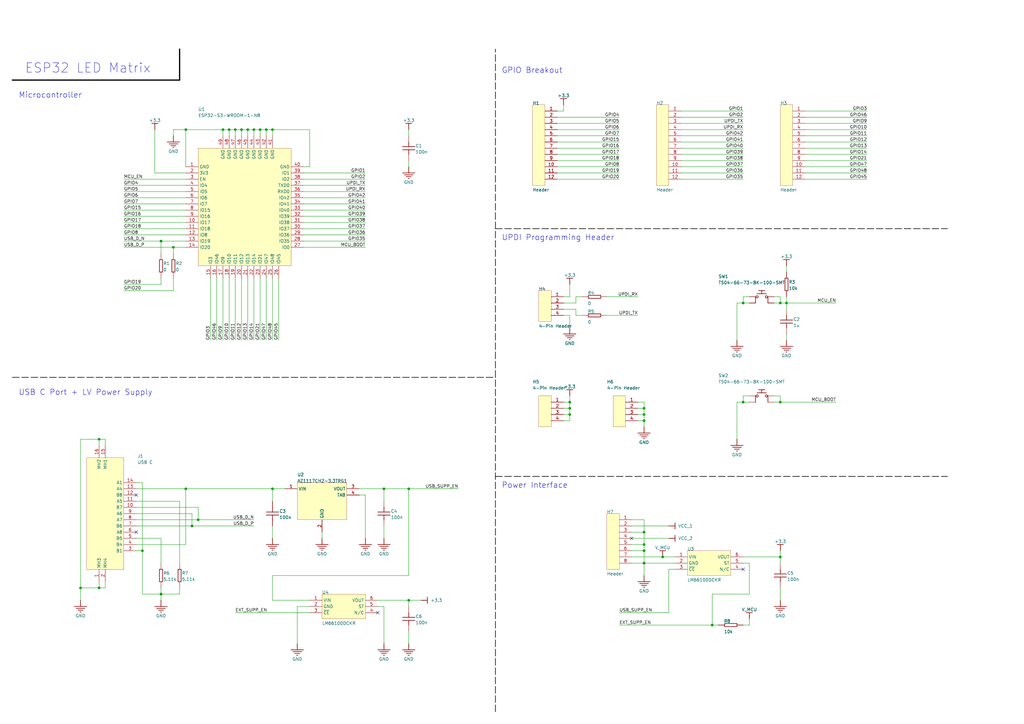
<source format=kicad_sch>
(kicad_sch (version 20231120) (generator "eeschema") (generator_version "8.0")
  (paper "A3")
  (lib_symbols
    (symbol "ESP32_Baseline_MCU-altium-import:+3.3_BAR" (power)
      (property "Reference" "#PWR" (at 0 0 0))
      (property "Value" "+3.3" (at 0 3.81 0))
      (symbol "+3.3_BAR_0_0"
        (pin power_in line (at 0 0 0) (length 0) hide (name "+3.3") (number ""))
      )
    )
    (symbol "ESP32_Baseline_MCU-altium-import:GND_POWER_GROUND" (power)
      (property "Reference" "#PWR" (at 0 0 0))
      (property "Value" "GND" (at 0 6.35 0))
      (symbol "GND_POWER_GROUND_0_0"
        (pin power_in line (at 0 0 0) (length 0) hide (name "GND") (number ""))
      )
    )
    (symbol "ESP32_Baseline_MCU-altium-import:VCC_1_BAR" (power)
      (property "Reference" "#PWR" (at 0 0 0))
      (property "Value" "VCC_1" (at 0 3.81 0))
      (symbol "VCC_1_BAR_0_0"
        (pin power_in line (at 0 0 0) (length 0) hide (name "VCC_1") (number ""))
      )
    )
    (symbol "ESP32_Baseline_MCU-altium-import:VCC_2_BAR" (power)
      (property "Reference" "#PWR" (at 0 0 0))
      (property "Value" "VCC_2" (at 0 3.81 0))
      (symbol "VCC_2_BAR_0_0"
        (pin power_in line (at 0 0 0) (length 0) hide (name "VCC_2") (number ""))
      )
    )
    (symbol "ESP32_Baseline_MCU-altium-import:V_MCU_BAR" (power)
      (property "Reference" "#PWR" (at 0 0 0))
      (property "Value" "V_MCU" (at 0 3.81 0))
      (symbol "V_MCU_BAR_0_0"
        (pin power_in line (at 0 0 0) (length 0) hide (name "V_MCU") (number ""))
      )
    )
    (symbol "ESP32_Baseline_MCU-altium-import:root_0_AZ1117CH2-3.3TRG1_1"
      (symbol "root_0_AZ1117CH2-3.3TRG1_1_1_0"
        (pin passive line (at 0 0 0) (length 5.08) (name "VIN") (number "1"))
        (pin passive line (at 15.24 -17.78 90) (length 5.08) (name "GND") (number "2"))
        (pin passive line (at 30.48 0 180) (length 5.08) (name "VOUT") (number "3"))
        (pin passive line (at 30.48 -2.54 180) (length 5.08) (name "TAB") (number "4"))
      )
    )
    (symbol "ESP32_Baseline_MCU-altium-import:root_0_Capacitor - Non Polarized"
      (symbol "root_0_Capacitor - Non Polarized_1_0"
        (pin passive line (at 0 0 270) (length 2.54) (name "") (number "1"))
        (pin passive line (at 0 -10.16 90) (length 2.54) (name "") (number "2"))
      )
    )
    (symbol "ESP32_Baseline_MCU-altium-import:root_0_ESP32-S3-WROOM-1-N8"
      (symbol "root_0_ESP32-S3-WROOM-1-N8_1_0"
        (pin passive line (at 0 0 0) (length 5.08) (name "GND") (number "1"))
        (pin passive line (at 0 -22.86 0) (length 5.08) (name "IO17") (number "10"))
        (pin passive line (at 0 -25.4 0) (length 5.08) (name "IO18") (number "11"))
        (pin passive line (at 0 -27.94 0) (length 5.08) (name "IO8") (number "12"))
        (pin passive line (at 0 -30.48 0) (length 5.08) (name "IO19") (number "13"))
        (pin passive line (at 0 -33.02 0) (length 5.08) (name "IO20") (number "14"))
        (pin passive line (at 10.16 -45.72 90) (length 5.08) (name "IO3") (number "15"))
        (pin passive line (at 12.7 -45.72 90) (length 5.08) (name "IO46") (number "16"))
        (pin passive line (at 15.24 -45.72 90) (length 5.08) (name "IO9") (number "17"))
        (pin passive line (at 17.78 -45.72 90) (length 5.08) (name "IO10") (number "18"))
        (pin passive line (at 20.32 -45.72 90) (length 5.08) (name "IO11") (number "19"))
        (pin passive line (at 0 -2.54 0) (length 5.08) (name "3V3") (number "2"))
        (pin passive line (at 22.86 -45.72 90) (length 5.08) (name "IO12") (number "20"))
        (pin passive line (at 25.4 -45.72 90) (length 5.08) (name "IO13") (number "21"))
        (pin passive line (at 27.94 -45.72 90) (length 5.08) (name "IO14") (number "22"))
        (pin passive line (at 30.48 -45.72 90) (length 5.08) (name "IO21") (number "23"))
        (pin passive line (at 33.02 -45.72 90) (length 5.08) (name "IO47") (number "24"))
        (pin passive line (at 35.56 -45.72 90) (length 5.08) (name "IO48") (number "25"))
        (pin passive line (at 38.1 -45.72 90) (length 5.08) (name "IO45") (number "26"))
        (pin passive line (at 48.26 -33.02 180) (length 5.08) (name "IO0") (number "27"))
        (pin passive line (at 48.26 -30.48 180) (length 5.08) (name "IO35") (number "28"))
        (pin passive line (at 48.26 -27.94 180) (length 5.08) (name "IO36") (number "29"))
        (pin passive line (at 0 -5.08 0) (length 5.08) (name "EN") (number "3"))
        (pin passive line (at 48.26 -25.4 180) (length 5.08) (name "IO37") (number "30"))
        (pin passive line (at 48.26 -22.86 180) (length 5.08) (name "IO38") (number "31"))
        (pin passive line (at 48.26 -20.32 180) (length 5.08) (name "IO39") (number "32"))
        (pin passive line (at 48.26 -17.78 180) (length 5.08) (name "IO40") (number "33"))
        (pin passive line (at 48.26 -15.24 180) (length 5.08) (name "IO41") (number "34"))
        (pin passive line (at 48.26 -12.7 180) (length 5.08) (name "IO42") (number "35"))
        (pin passive line (at 48.26 -10.16 180) (length 5.08) (name "RXD0") (number "36"))
        (pin passive line (at 48.26 -7.62 180) (length 5.08) (name "TXD0") (number "37"))
        (pin passive line (at 48.26 -5.08 180) (length 5.08) (name "IO2") (number "38"))
        (pin passive line (at 48.26 -2.54 180) (length 5.08) (name "IO1") (number "39"))
        (pin passive line (at 0 -7.62 0) (length 5.08) (name "IO4") (number "4"))
        (pin passive line (at 48.26 0 180) (length 5.08) (name "GND") (number "40"))
        (pin passive line (at 35.56 12.7 270) (length 5.08) (name "GND") (number "41"))
        (pin passive line (at 33.02 12.7 270) (length 5.08) (name "GND") (number "42"))
        (pin passive line (at 30.48 12.7 270) (length 5.08) (name "GND") (number "43"))
        (pin passive line (at 27.94 12.7 270) (length 5.08) (name "GND") (number "44"))
        (pin passive line (at 25.4 12.7 270) (length 5.08) (name "GND") (number "45"))
        (pin passive line (at 22.86 12.7 270) (length 5.08) (name "GND") (number "46"))
        (pin passive line (at 20.32 12.7 270) (length 5.08) (name "GND") (number "47"))
        (pin passive line (at 17.78 12.7 270) (length 5.08) (name "GND") (number "48"))
        (pin passive line (at 15.24 12.7 270) (length 5.08) (name "GND") (number "49"))
        (pin passive line (at 0 -10.16 0) (length 5.08) (name "IO5") (number "5"))
        (pin passive line (at 0 -12.7 0) (length 5.08) (name "IO6") (number "6"))
        (pin passive line (at 0 -15.24 0) (length 5.08) (name "IO7") (number "7"))
        (pin passive line (at 0 -17.78 0) (length 5.08) (name "IO15") (number "8"))
        (pin passive line (at 0 -20.32 0) (length 5.08) (name "IO16") (number "9"))
      )
    )
    (symbol "ESP32_Baseline_MCU-altium-import:root_0_LM66100DCKR"
      (symbol "root_0_LM66100DCKR_1_0"
        (pin passive line (at 0 0 0) (length 5.08) (name "VIN") (number "1"))
        (pin passive line (at 0 -2.54 0) (length 5.08) (name "GND") (number "2"))
        (pin passive line (at 0 -5.08 0) (length 5.08) (name "~{CE}") (number "3"))
        (pin passive line (at 27.94 -5.08 180) (length 5.08) (name "N/C") (number "4"))
        (pin passive line (at 27.94 -2.54 180) (length 5.08) (name "ST") (number "5"))
        (pin passive line (at 27.94 0 180) (length 5.08) (name "VOUT") (number "6"))
      )
    )
    (symbol "ESP32_Baseline_MCU-altium-import:root_0_Resistor"
      (symbol "root_0_Resistor_1_0"
        (pin passive line (at 0 0 270) (length 2.54) (name "") (number "1"))
        (pin passive line (at 0 -10.16 90) (length 2.54) (name "") (number "2"))
      )
    )
    (symbol "ESP32_Baseline_MCU-altium-import:root_0_TS04-66-73-BK-100-SMT"
      (symbol "root_0_TS04-66-73-BK-100-SMT_1_0"
        (pin passive line (at 0 0 0) (length 2.54) (name "") (number "1"))
        (pin passive line (at 0 -2.54 0) (length 2.54) (name "") (number "2"))
        (pin passive line (at 10.16 0 180) (length 2.54) (name "") (number "3"))
        (pin passive line (at 10.16 -2.54 180) (length 2.54) (name "") (number "4"))
      )
    )
    (symbol "ESP32_Baseline_MCU-altium-import:root_0_USB Type C Connector 12 Pin"
      (symbol "root_0_USB Type C Connector 12 Pin_1_0"
        (pin passive line (at 5.08 -55.88 90) (length 5.08) (name "MH3") (number "1"))
        (pin passive line (at 20.32 -25.4 180) (length 5.08) (name "B7") (number "10"))
        (pin passive line (at 20.32 -22.86 180) (length 5.08) (name "A5") (number "11"))
        (pin passive line (at 20.32 -20.32 180) (length 5.08) (name "B8") (number "12"))
        (pin passive line (at 20.32 -17.78 180) (length 5.08) (name "A4") (number "13"))
        (pin passive line (at 20.32 -15.24 180) (length 5.08) (name "A1") (number "14"))
        (pin passive line (at 7.62 0 270) (length 5.08) (name "MH1") (number "15"))
        (pin passive line (at 5.08 0 270) (length 5.08) (name "MH2") (number "16"))
        (pin passive line (at 7.62 -55.88 90) (length 5.08) (name "MH4") (number "2"))
        (pin passive line (at 20.32 -43.18 180) (length 5.08) (name "B1") (number "3"))
        (pin passive line (at 20.32 -40.64 180) (length 5.08) (name "B4") (number "4"))
        (pin passive line (at 20.32 -38.1 180) (length 5.08) (name "B5") (number "5"))
        (pin passive line (at 20.32 -35.56 180) (length 5.08) (name "A8") (number "6"))
        (pin passive line (at 20.32 -33.02 180) (length 5.08) (name "B6") (number "7"))
        (pin passive line (at 20.32 -30.48 180) (length 5.08) (name "A7") (number "8"))
        (pin passive line (at 20.32 -27.94 180) (length 5.08) (name "A6") (number "9"))
      )
    )
    (symbol "ESP32_Baseline_MCU-altium-import:root_0_mirrored_12-Pin Header"
      (symbol "root_0_mirrored_12-Pin Header_1_0"
        (pin passive line (at 0 0 180) (length 5.08) (name "") (number "1"))
        (pin passive line (at 0 -22.86 180) (length 5.08) (name "") (number "10"))
        (pin passive line (at 0 -25.4 180) (length 5.08) (name "") (number "11"))
        (pin passive line (at 0 -27.94 180) (length 5.08) (name "") (number "12"))
        (pin passive line (at 0 -2.54 180) (length 5.08) (name "") (number "2"))
        (pin passive line (at 0 -5.08 180) (length 5.08) (name "") (number "3"))
        (pin passive line (at 0 -7.62 180) (length 5.08) (name "") (number "4"))
        (pin passive line (at 0 -10.16 180) (length 5.08) (name "") (number "5"))
        (pin passive line (at 0 -12.7 180) (length 5.08) (name "") (number "6"))
        (pin passive line (at 0 -15.24 180) (length 5.08) (name "") (number "7"))
        (pin passive line (at 0 -17.78 180) (length 5.08) (name "") (number "8"))
        (pin passive line (at 0 -20.32 180) (length 5.08) (name "") (number "9"))
      )
    )
    (symbol "ESP32_Baseline_MCU-altium-import:root_0_mirrored_4-Pin Header"
      (symbol "root_0_mirrored_4-Pin Header_1_0"
        (pin passive line (at 0 0 180) (length 5.08) (name "") (number "1"))
        (pin passive line (at 0 -2.54 180) (length 5.08) (name "") (number "2"))
        (pin passive line (at 0 -5.08 180) (length 5.08) (name "") (number "3"))
        (pin passive line (at 0 -7.62 180) (length 5.08) (name "") (number "4"))
      )
    )
    (symbol "ESP32_Baseline_MCU-altium-import:root_0_mirrored_8-Pin Header"
      (symbol "root_0_mirrored_8-Pin Header_1_0"
        (pin passive line (at 0 0 180) (length 5.08) (name "") (number "1"))
        (pin passive line (at 0 -2.54 180) (length 5.08) (name "") (number "2"))
        (pin passive line (at 0 -5.08 180) (length 5.08) (name "") (number "3"))
        (pin passive line (at 0 -7.62 180) (length 5.08) (name "") (number "4"))
        (pin passive line (at 0 -10.16 180) (length 5.08) (name "") (number "5"))
        (pin passive line (at 0 -12.7 180) (length 5.08) (name "") (number "6"))
        (pin passive line (at 0 -15.24 180) (length 5.08) (name "") (number "7"))
        (pin passive line (at 0 -17.78 180) (length 5.08) (name "") (number "8"))
      )
    )
    (symbol "ESP32_Baseline_MCU-altium-import:root_0_mirrored_Capacitor - Non Polarized"
      (symbol "root_0_mirrored_Capacitor - Non Polarized_1_0"
        (pin passive line (at 0 0 270) (length 2.54) (name "") (number "1"))
        (pin passive line (at 0 -10.16 90) (length 2.54) (name "") (number "2"))
      )
    )
    (symbol "ESP32_Baseline_MCU-altium-import:root_1_Resistor"
      (symbol "root_1_Resistor_1_0"
        (pin passive line (at 0 0 0) (length 2.54) (name "") (number "1"))
        (pin passive line (at 10.16 0 180) (length 2.54) (name "") (number "2"))
      )
    )
    (symbol "ESP32_Baseline_MCU-altium-import:root_2_Resistor"
      (symbol "root_2_Resistor_1_0"
        (pin passive line (at 0 0 90) (length 2.54) (name "") (number "1"))
        (pin passive line (at 0 10.16 270) (length 2.54) (name "") (number "2"))
      )
    )
    (symbol "ESP32_Baseline_MCU-altium-import:root_3_Resistor"
      (symbol "root_3_Resistor_1_0"
        (pin passive line (at 0 0 180) (length 2.54) (name "") (number "1"))
        (pin passive line (at -10.16 0 0) (length 2.54) (name "") (number "2"))
      )
    )
  )
  (junction (at 304.8 124.2822))
  (junction (at 40.64 241.1222))
  (junction (at 76.2 200.4822))
  (junction (at 264.16 170.0022))
  (junction (at 96.52 53.1622))
  (junction (at 71.12 101.4222))
  (junction (at 93.98 53.1622))
  (junction (at 264.16 230.9622))
  (junction (at 167.64 200.4822))
  (junction (at 40.64 180.1622))
  (junction (at 33.02 241.1222))
  (junction (at 264.16 218.2622))
  (junction (at 99.06 53.1622))
  (junction (at 104.14 53.1622))
  (junction (at 264.16 172.5422))
  (junction (at 264.16 223.3422))
  (junction (at 320.04 228.4222))
  (junction (at 78.74 215.7222))
  (junction (at 322.58 124.2822))
  (junction (at 320.04 124.2822))
  (junction (at 233.68 164.9222))
  (junction (at 91.44 53.1622))
  (junction (at 111.76 53.1622))
  (junction (at 111.76 200.4822))
  (junction (at 58.42 225.8822))
  (junction (at 320.04 164.9222))
  (junction (at 81.28 213.1822))
  (junction (at 101.6 53.1622))
  (junction (at 66.04 98.8822))
  (junction (at 271.78 228.4222))
  (junction (at 233.68 167.4622))
  (junction (at 304.8 164.9222))
  (junction (at 264.16 167.4622))
  (junction (at 264.16 225.8822))
  (junction (at 167.64 246.2022))
  (junction (at 292.1 256.3622))
  (junction (at 109.22 53.1622))
  (junction (at 106.68 53.1622))
  (junction (at 66.04 243.6622))
  (junction (at 76.2 53.1622))
  (junction (at 233.68 170.0022))
  (junction (at 157.48 200.4822))
  (no_connect (at 304.8 233.5022))
  (no_connect (at 55.88 218.2622))
  (no_connect (at 55.88 203.0222))
  (no_connect (at 259.08 220.8022))
  (no_connect (at 154.94 251.2822))
  (wire (pts (xy 132.08 220.8022) (xy 132.08 218.2622)))
  (wire (pts (xy 261.62 170.0022) (xy 264.16 170.0022)))
  (wire (pts (xy 264.16 218.2622) (xy 264.16 213.1822)))
  (wire (pts (xy 259.08 223.3422) (xy 264.16 223.3422)))
  (wire (pts (xy 40.64 180.1622) (xy 43.18 180.1622)))
  (wire (pts (xy 127 248.7422) (xy 121.92 248.7422)))
  (wire (pts (xy 111.76 200.4822) (xy 111.76 205.5622)))
  (wire (pts (xy 302.26 164.9222) (xy 304.8 164.9222)))
  (wire (pts (xy 233.68 167.4622) (xy 233.68 164.9222)))
  (wire (pts (xy 261.62 172.5422) (xy 264.16 172.5422)))
  (wire (pts (xy 149.86 220.8022) (xy 149.86 203.0222)))
  (wire (pts (xy 93.98 139.5222) (xy 93.98 114.1222)))
  (wire (pts (xy 330.2 65.8622) (xy 355.6 65.8622)))
  (wire (pts (xy 231.14 167.4622) (xy 233.68 167.4622)))
  (wire (pts (xy 111.76 53.1622) (xy 111.76 55.7022)))
  (wire (pts (xy 93.98 53.1622) (xy 91.44 53.1622)))
  (wire (pts (xy 106.68 53.1622) (xy 104.14 53.1622)))
  (wire (pts (xy 50.8 81.1022) (xy 76.2 81.1022)))
  (wire (pts (xy 50.8 101.4222) (xy 71.12 101.4222)))
  (wire (pts (xy 76.2 98.8822) (xy 66.04 98.8822)))
  (wire (pts (xy 292.1 256.3622) (xy 254 256.3622)))
  (wire (pts (xy 317.5 121.7422) (xy 320.04 121.7422)))
  (wire (pts (xy 76.2 73.4822) (xy 50.8 73.4822)))
  (wire (pts (xy 99.06 53.1622) (xy 96.52 53.1622)))
  (wire (pts (xy 88.9 139.5222) (xy 88.9 114.1222)))
  (wire (pts (xy 111.76 53.1622) (xy 109.22 53.1622)))
  (wire (pts (xy 93.98 55.7022) (xy 93.98 53.1622)))
  (wire (pts (xy 304.8 164.9222) (xy 307.34 164.9222)))
  (wire (pts (xy 259.08 228.4222) (xy 271.78 228.4222)))
  (wire (pts (xy 149.86 70.9422) (xy 124.46 70.9422)))
  (wire (pts (xy 307.34 121.7422) (xy 304.8 121.7422)))
  (wire (pts (xy 231.14 45.5422) (xy 231.14 43.0022)))
  (wire (pts (xy 157.48 205.5622) (xy 157.48 200.4822)))
  (wire (pts (xy 292.1 256.3622) (xy 294.64 256.3622)))
  (wire (pts (xy 254 251.2822) (xy 274.32 251.2822)))
  (wire (pts (xy 124.46 101.4222) (xy 149.86 101.4222)))
  (wire (pts (xy 307.34 230.9622) (xy 307.34 243.6622)))
  (wire (pts (xy 279.4 58.2422) (xy 304.8 58.2422)))
  (wire (pts (xy 99.06 55.7022) (xy 99.06 53.1622)))
  (wire (pts (xy 81.28 213.1822) (xy 104.14 213.1822)))
  (wire (pts (xy 149.86 91.2622) (xy 124.46 91.2622)))
  (wire (pts (xy 355.6 48.0822) (xy 330.2 48.0822)))
  (wire (pts (xy 101.6 53.1622) (xy 101.6 55.7022)))
  (wire (pts (xy 167.64 200.4822) (xy 167.64 236.0422)))
  (wire (pts (xy 111.76 246.2022) (xy 127 246.2022)))
  (wire (pts (xy 149.86 203.0222) (xy 147.32 203.0222)))
  (wire (pts (xy 127 68.4022) (xy 127 53.1622)))
  (wire (pts (xy 149.86 81.1022) (xy 124.46 81.1022)))
  (wire (pts (xy 50.8 76.0222) (xy 76.2 76.0222)))
  (wire (pts (xy 76.2 223.3422) (xy 55.88 223.3422)))
  (wire (pts (xy 236.22 126.8222) (xy 236.22 129.3622)))
  (wire (pts (xy 71.12 53.1622) (xy 71.12 55.7022)))
  (wire (pts (xy 76.2 53.1622) (xy 76.2 68.4022)))
  (wire (pts (xy 33.02 241.1222) (xy 33.02 246.2022)))
  (polyline (pts (xy 203.2 195.4022) (xy 388.62 195.4022)) (stroke (width 0.254) (type dash) (color 0 0 0 1)))
  (wire (pts (xy 167.64 55.7022) (xy 167.64 53.1622)))
  (wire (pts (xy 320.04 230.9622) (xy 320.04 228.4222)))
  (wire (pts (xy 50.8 86.1822) (xy 76.2 86.1822)))
  (wire (pts (xy 43.18 238.5822) (xy 43.18 241.1222)))
  (wire (pts (xy 355.6 58.2422) (xy 330.2 58.2422)))
  (wire (pts (xy 111.76 215.7222) (xy 111.76 220.8022)))
  (wire (pts (xy 302.26 180.1622) (xy 302.26 164.9222)))
  (wire (pts (xy 320.04 164.9222) (xy 342.9 164.9222)))
  (wire (pts (xy 279.4 60.7822) (xy 304.8 60.7822)))
  (wire (pts (xy 58.42 243.6622) (xy 66.04 243.6622)))
  (wire (pts (xy 33.02 180.1622) (xy 40.64 180.1622)))
  (wire (pts (xy 121.92 248.7422) (xy 121.92 263.9822)))
  (wire (pts (xy 55.88 208.1022) (xy 81.28 208.1022)))
  (wire (pts (xy 320.04 164.9222) (xy 320.04 162.3822)))
  (wire (pts (xy 66.04 220.8022) (xy 55.88 220.8022)))
  (wire (pts (xy 149.86 98.8822) (xy 124.46 98.8822)))
  (wire (pts (xy 320.04 241.1222) (xy 320.04 246.2022)))
  (wire (pts (xy 228.6 65.8622) (xy 254 65.8622)))
  (wire (pts (xy 304.8 230.9622) (xy 307.34 230.9622)))
  (wire (pts (xy 264.16 230.9622) (xy 264.16 225.8822)))
  (wire (pts (xy 50.8 116.6622) (xy 66.04 116.6622)))
  (wire (pts (xy 254 58.2422) (xy 228.6 58.2422)))
  (wire (pts (xy 302.26 124.2822) (xy 302.26 139.5222)))
  (wire (pts (xy 233.68 121.7422) (xy 233.68 116.6622)))
  (wire (pts (xy 231.14 124.2822) (xy 236.22 124.2822)))
  (wire (pts (xy 264.16 164.9222) (xy 264.16 167.4622)))
  (wire (pts (xy 78.74 215.7222) (xy 104.14 215.7222)))
  (polyline (pts (xy 73.66 32.8422) (xy 73.66 20.1422)) (stroke (width 0.508) (type solid) (color 0 0 0 1)))
  (wire (pts (xy 264.16 213.1822) (xy 259.08 213.1822)))
  (polyline (pts (xy 5.08 154.7622) (xy 203.2 154.7622)) (stroke (width 0.254) (type dash) (color 0 0 0 1)))
  (wire (pts (xy 55.88 225.8822) (xy 58.42 225.8822)))
  (wire (pts (xy 264.16 225.8822) (xy 264.16 223.3422)))
  (wire (pts (xy 149.86 88.7222) (xy 124.46 88.7222)))
  (wire (pts (xy 81.28 208.1022) (xy 81.28 213.1822)))
  (wire (pts (xy 157.48 215.7222) (xy 157.48 220.8022)))
  (wire (pts (xy 264.16 223.3422) (xy 264.16 218.2622)))
  (wire (pts (xy 76.2 200.4822) (xy 55.88 200.4822)))
  (wire (pts (xy 116.84 200.4822) (xy 111.76 200.4822)))
  (wire (pts (xy 55.88 210.6422) (xy 78.74 210.6422)))
  (wire (pts (xy 111.76 200.4822) (xy 76.2 200.4822)))
  (wire (pts (xy 96.52 53.1622) (xy 93.98 53.1622)))
  (wire (pts (xy 167.64 248.7422) (xy 167.64 246.2022)))
  (wire (pts (xy 231.14 129.3622) (xy 233.68 129.3622)))
  (wire (pts (xy 167.64 246.2022) (xy 154.94 246.2022)))
  (wire (pts (xy 279.4 68.4022) (xy 304.8 68.4022)))
  (wire (pts (xy 106.68 114.1222) (xy 106.68 139.5222)))
  (wire (pts (xy 304.8 55.7022) (xy 279.4 55.7022)))
  (wire (pts (xy 96.52 114.1222) (xy 96.52 139.5222)))
  (wire (pts (xy 259.08 218.2622) (xy 264.16 218.2622)))
  (wire (pts (xy 86.36 139.5222) (xy 86.36 114.1222)))
  (wire (pts (xy 111.76 236.0422) (xy 111.76 246.2022)))
  (wire (pts (xy 66.04 230.9622) (xy 66.04 220.8022)))
  (wire (pts (xy 172.72 246.2022) (xy 167.64 246.2022)))
  (wire (pts (xy 320.04 124.2822) (xy 322.58 124.2822)))
  (wire (pts (xy 149.86 78.5622) (xy 124.46 78.5622)))
  (wire (pts (xy 157.48 200.4822) (xy 147.32 200.4822)))
  (wire (pts (xy 304.8 124.2822) (xy 302.26 124.2822)))
  (wire (pts (xy 304.8 53.1622) (xy 279.4 53.1622)))
  (wire (pts (xy 304.8 256.3622) (xy 307.34 256.3622)))
  (wire (pts (xy 254 53.1622) (xy 228.6 53.1622)))
  (wire (pts (xy 167.64 68.4022) (xy 167.64 65.8622)))
  (wire (pts (xy 91.44 53.1622) (xy 76.2 53.1622)))
  (wire (pts (xy 111.76 114.1222) (xy 111.76 139.5222)))
  (wire (pts (xy 55.88 205.5622) (xy 73.66 205.5622)))
  (wire (pts (xy 236.22 121.7422) (xy 238.76 121.7422)))
  (wire (pts (xy 228.6 55.7022) (xy 254 55.7022)))
  (wire (pts (xy 307.34 124.2822) (xy 304.8 124.2822)))
  (wire (pts (xy 78.74 215.7222) (xy 55.88 215.7222)))
  (wire (pts (xy 304.8 48.0822) (xy 279.4 48.0822)))
  (wire (pts (xy 91.44 55.7022) (xy 91.44 53.1622)))
  (wire (pts (xy 40.64 180.1622) (xy 40.64 182.7022)))
  (wire (pts (xy 261.62 167.4622) (xy 264.16 167.4622)))
  (wire (pts (xy 330.2 73.4822) (xy 355.6 73.4822)))
  (wire (pts (xy 50.8 96.3422) (xy 76.2 96.3422)))
  (wire (pts (xy 271.78 228.4222) (xy 276.86 228.4222)))
  (wire (pts (xy 261.62 164.9222) (xy 264.16 164.9222)))
  (wire (pts (xy 66.04 103.9622) (xy 66.04 98.8822)))
  (wire (pts (xy 254 50.6222) (xy 228.6 50.6222)))
  (wire (pts (xy 330.2 60.7822) (xy 355.6 60.7822)))
  (wire (pts (xy 322.58 111.5822) (xy 322.58 109.0422)))
  (wire (pts (xy 96.52 251.2822) (xy 127 251.2822)))
  (wire (pts (xy 76.2 88.7222) (xy 50.8 88.7222)))
  (wire (pts (xy 320.04 225.8822) (xy 320.04 228.4222)))
  (wire (pts (xy 101.6 53.1622) (xy 99.06 53.1622)))
  (wire (pts (xy 236.22 124.2822) (xy 236.22 121.7422)))
  (wire (pts (xy 73.66 243.6622) (xy 66.04 243.6622)))
  (wire (pts (xy 248.92 129.3622) (xy 261.62 129.3622)))
  (wire (pts (xy 307.34 162.3822) (xy 304.8 162.3822)))
  (wire (pts (xy 231.14 164.9222) (xy 233.68 164.9222)))
  (wire (pts (xy 58.42 225.8822) (xy 58.42 197.9422)))
  (wire (pts (xy 33.02 241.1222) (xy 33.02 180.1622)))
  (wire (pts (xy 231.14 170.0022) (xy 233.68 170.0022)))
  (wire (pts (xy 317.5 164.9222) (xy 320.04 164.9222)))
  (wire (pts (xy 104.14 139.5222) (xy 104.14 114.1222)))
  (wire (pts (xy 261.62 121.7422) (xy 248.92 121.7422)))
  (polyline (pts (xy 203.2 93.8022) (xy 388.62 93.8022)) (stroke (width 0.254) (type dash) (color 0 0 0 1)))
  (wire (pts (xy 50.8 78.5622) (xy 76.2 78.5622)))
  (wire (pts (xy 124.46 68.4022) (xy 127 68.4022)))
  (wire (pts (xy 43.18 241.1222) (xy 40.64 241.1222)))
  (wire (pts (xy 322.58 124.2822) (xy 342.9 124.2822)))
  (wire (pts (xy 304.8 45.5422) (xy 279.4 45.5422)))
  (wire (pts (xy 101.6 114.1222) (xy 101.6 139.5222)))
  (wire (pts (xy 58.42 225.8822) (xy 58.42 243.6622)))
  (wire (pts (xy 66.04 246.2022) (xy 66.04 243.6622)))
  (wire (pts (xy 233.68 129.3622) (xy 233.68 134.4422)))
  (wire (pts (xy 154.94 248.7422) (xy 157.48 248.7422)))
  (wire (pts (xy 264.16 230.9622) (xy 264.16 236.0422)))
  (wire (pts (xy 304.8 73.4822) (xy 279.4 73.4822)))
  (wire (pts (xy 231.14 126.8222) (xy 236.22 126.8222)))
  (wire (pts (xy 304.8 70.9422) (xy 279.4 70.9422)))
  (wire (pts (xy 330.2 50.6222) (xy 355.6 50.6222)))
  (wire (pts (xy 264.16 170.0022) (xy 264.16 172.5422)))
  (wire (pts (xy 124.46 76.0222) (xy 149.86 76.0222)))
  (wire (pts (xy 264.16 172.5422) (xy 264.16 175.0822)))
  (wire (pts (xy 76.2 53.1622) (xy 71.12 53.1622)))
  (wire (pts (xy 71.12 114.1222) (xy 71.12 119.2022)))
  (wire (pts (xy 91.44 114.1222) (xy 91.44 139.5222)))
  (wire (pts (xy 78.74 210.6422) (xy 78.74 215.7222)))
  (wire (pts (xy 40.64 241.1222) (xy 40.64 238.5822)))
  (wire (pts (xy 233.68 172.5422) (xy 233.68 170.0022)))
  (wire (pts (xy 187.96 200.4822) (xy 167.64 200.4822)))
  (wire (pts (xy 279.4 50.6222) (xy 304.8 50.6222)))
  (wire (pts (xy 50.8 91.2622) (xy 76.2 91.2622)))
  (wire (pts (xy 322.58 121.7422) (xy 322.58 124.2822)))
  (wire (pts (xy 228.6 60.7822) (xy 254 60.7822)))
  (wire (pts (xy 292.1 243.6622) (xy 292.1 256.3622)))
  (wire (pts (xy 254 63.3222) (xy 228.6 63.3222)))
  (wire (pts (xy 304.8 121.7422) (xy 304.8 124.2822)))
  (polyline (pts (xy 5.08 32.8422) (xy 73.66 32.8422)) (stroke (width 0.508) (type solid) (color 0 0 0 1)))
  (wire (pts (xy 124.46 93.8022) (xy 149.86 93.8022)))
  (wire (pts (xy 124.46 83.6422) (xy 149.86 83.6422)))
  (wire (pts (xy 96.52 53.1622) (xy 96.52 55.7022)))
  (wire (pts (xy 124.46 86.1822) (xy 149.86 86.1822)))
  (wire (pts (xy 167.64 258.9022) (xy 167.64 263.9822)))
  (wire (pts (xy 259.08 220.8022) (xy 274.32 220.8022)))
  (wire (pts (xy 63.5 70.9422) (xy 76.2 70.9422)))
  (wire (pts (xy 304.8 63.3222) (xy 279.4 63.3222)))
  (wire (pts (xy 43.18 180.1622) (xy 43.18 182.7022)))
  (wire (pts (xy 264.16 225.8822) (xy 259.08 225.8822)))
  (wire (pts (xy 66.04 116.6622) (xy 66.04 114.1222)))
  (wire (pts (xy 66.04 243.6622) (xy 66.04 241.1222)))
  (wire (pts (xy 76.2 83.6422) (xy 50.8 83.6422)))
  (wire (pts (xy 330.2 70.9422) (xy 355.6 70.9422)))
  (wire (pts (xy 104.14 53.1622) (xy 101.6 53.1622)))
  (wire (pts (xy 231.14 121.7422) (xy 233.68 121.7422)))
  (wire (pts (xy 76.2 200.4822) (xy 76.2 223.3422)))
  (wire (pts (xy 40.64 241.1222) (xy 33.02 241.1222)))
  (wire (pts (xy 157.48 248.7422) (xy 157.48 263.9822)))
  (wire (pts (xy 307.34 256.3622) (xy 307.34 253.8222)))
  (wire (pts (xy 264.16 167.4622) (xy 264.16 170.0022)))
  (wire (pts (xy 322.58 124.2822) (xy 322.58 126.8222)))
  (wire (pts (xy 109.22 55.7022) (xy 109.22 53.1622)))
  (wire (pts (xy 71.12 101.4222) (xy 71.12 103.9622)))
  (wire (pts (xy 233.68 164.9222) (xy 233.68 162.3822)))
  (wire (pts (xy 259.08 215.7222) (xy 274.32 215.7222)))
  (wire (pts (xy 104.14 55.7022) (xy 104.14 53.1622)))
  (wire (pts (xy 236.22 129.3622) (xy 238.76 129.3622)))
  (wire (pts (xy 73.66 205.5622) (xy 73.66 230.9622)))
  (wire (pts (xy 167.64 236.0422) (xy 111.76 236.0422)))
  (wire (pts (xy 317.5 124.2822) (xy 320.04 124.2822)))
  (wire (pts (xy 274.32 233.5022) (xy 276.86 233.5022)))
  (wire (pts (xy 66.04 98.8822) (xy 50.8 98.8822)))
  (wire (pts (xy 274.32 251.2822) (xy 274.32 233.5022)))
  (wire (pts (xy 330.2 55.7022) (xy 355.6 55.7022)))
  (wire (pts (xy 355.6 45.5422) (xy 330.2 45.5422)))
  (wire (pts (xy 259.08 230.9622) (xy 264.16 230.9622)))
  (wire (pts (xy 58.42 197.9422) (xy 55.88 197.9422)))
  (wire (pts (xy 109.22 139.5222) (xy 109.22 114.1222)))
  (wire (pts (xy 81.28 213.1822) (xy 55.88 213.1822)))
  (wire (pts (xy 254 68.4022) (xy 228.6 68.4022)))
  (wire (pts (xy 307.34 243.6622) (xy 292.1 243.6622)))
  (wire (pts (xy 304.8 65.8622) (xy 279.4 65.8622)))
  (wire (pts (xy 231.14 172.5422) (xy 233.68 172.5422)))
  (wire (pts (xy 355.6 53.1622) (xy 330.2 53.1622)))
  (wire (pts (xy 106.68 53.1622) (xy 106.68 55.7022)))
  (wire (pts (xy 63.5 53.1622) (xy 63.5 70.9422)))
  (wire (pts (xy 304.8 162.3822) (xy 304.8 164.9222)))
  (wire (pts (xy 228.6 70.9422) (xy 254 70.9422)))
  (wire (pts (xy 109.22 53.1622) (xy 106.68 53.1622)))
  (wire (pts (xy 233.68 170.0022) (xy 233.68 167.4622)))
  (wire (pts (xy 254 73.4822) (xy 228.6 73.4822)))
  (polyline (pts (xy 203.2 291.9222) (xy 203.2 20.1422)) (stroke (width 0.254) (type dash) (color 0 0 0 1)))
  (wire (pts (xy 320.04 228.4222) (xy 304.8 228.4222)))
  (wire (pts (xy 228.6 45.5422) (xy 231.14 45.5422)))
  (wire (pts (xy 355.6 68.4022) (xy 330.2 68.4022)))
  (wire (pts (xy 320.04 162.3822) (xy 317.5 162.3822)))
  (wire (pts (xy 71.12 101.4222) (xy 76.2 101.4222)))
  (wire (pts (xy 157.48 200.4822) (xy 167.64 200.4822)))
  (wire (pts (xy 114.3 114.1222) (xy 114.3 139.5222)))
  (wire (pts (xy 149.86 96.3422) (xy 124.46 96.3422)))
  (wire (pts (xy 322.58 139.5222) (xy 322.58 136.9822)))
  (wire (pts (xy 254 48.0822) (xy 228.6 48.0822)))
  (wire (pts (xy 76.2 93.8022) (xy 50.8 93.8022)))
  (wire (pts (xy 99.06 139.5222) (xy 99.06 114.1222)))
  (wire (pts (xy 355.6 63.3222) (xy 330.2 63.3222)))
  (wire (pts (xy 149.86 73.4822) (xy 124.46 73.4822)))
  (wire (pts (xy 71.12 119.2022) (xy 50.8 119.2022)))
  (wire (pts (xy 320.04 121.7422) (xy 320.04 124.2822)))
  (wire (pts (xy 73.66 241.1222) (xy 73.66 243.6622)))
  (wire (pts (xy 264.16 230.9622) (xy 276.86 230.9622)))
  (wire (pts (xy 127 53.1622) (xy 111.76 53.1622)))
  (text "GPIO Breakout" (at 205.74 30.3022 0) (effects (font (size 2.286 2.286)) (justify left bottom)))
  (text "UPDI Programming Header" (at 205.74 98.8822 0) (effects (font (size 2.286 2.286)) (justify left bottom)))
  (text "Microcontroller" (at 7.62 40.4622 0) (effects (font (size 2.286 2.286)) (justify left bottom)))
  (text "Power Interface" (at 205.74 200.4822 0) (effects (font (size 2.286 2.286)) (justify left bottom)))
  (text "USB C Port + LV Power Supply" (at 7.62 162.3822 0) (effects (font (size 2.286 2.286)) (justify left bottom)))
  (text "ESP32 LED Matrix" (at 10.16 30.3022 0) (effects (font (size 3.81 3.81)) (justify left bottom)))
  (label "GPIO17" (at 254 63.3222 180))
  (label "GPIO19" (at 50.8 116.6622 0))
  (label "MCU_EN" (at 50.8 73.4822 0))
  (label "GPIO7" (at 254 55.7022 180))
  (label "GPIO46" (at 88.9 139.5222 90))
  (label "GPIO36" (at 149.86 96.3422 180))
  (label "GPIO12" (at 355.6 58.2422 180))
  (label "MCU_BOOT" (at 149.86 101.4222 180))
  (label "GPIO5" (at 254 50.6222 180))
  (label "GPIO40" (at 149.86 86.1822 180))
  (label "GPIO14" (at 104.14 139.5222 90))
  (label "UPDI_TX" (at 304.8 50.6222 180))
  (label "GPIO17" (at 50.8 91.2622 0))
  (label "GPIO39" (at 304.8 63.3222 180))
  (label "GPIO16" (at 254 60.7822 180))
  (label "GPIO3" (at 355.6 45.5422 180))
  (label "GPIO42" (at 304.8 55.7022 180))
  (label "GPIO38" (at 304.8 65.8622 180))
  (label "USB_D_P" (at 104.14 215.7222 180))
  (label "UPDI_RX" (at 261.62 121.7422 180))
  (label "GPIO3" (at 86.36 139.5222 90))
  (label "GPIO48" (at 111.76 139.5222 90))
  (label "GPIO5" (at 50.8 78.5622 0))
  (label "UPDI_TX" (at 149.86 76.0222 180))
  (label "GPIO9" (at 91.44 139.5222 90))
  (label "GPIO37" (at 149.86 93.8022 180))
  (label "EXT_SUPP_EN" (at 254 256.3622 0))
  (label "GPIO21" (at 106.68 139.5222 90))
  (label "USB_SUPP_EN" (at 254 251.2822 0))
  (label "GPIO35" (at 304.8 73.4822 180))
  (label "GPIO11" (at 96.52 139.5222 90))
  (label "UPDI_TX" (at 261.62 129.3622 180))
  (label "USB_SUPP_EN" (at 187.96 200.4822 180))
  (label "GPIO13" (at 101.6 139.5222 90))
  (label "MCU_BOOT" (at 342.9 164.9222 180))
  (label "GPIO35" (at 149.86 98.8822 180))
  (label "GPIO2" (at 304.8 48.0822 180))
  (label "GPIO18" (at 254 65.8622 180))
  (label "GPIO1" (at 304.8 45.5422 180))
  (label "GPIO8" (at 50.8 96.3422 0))
  (label "GPIO6" (at 254 53.1622 180))
  (label "USB_D_P" (at 50.8 101.4222 0))
  (label "GPIO15" (at 50.8 86.1822 0))
  (label "GPIO11" (at 355.6 55.7022 180))
  (label "GPIO9" (at 355.6 50.6222 180))
  (label "GPIO21" (at 355.6 65.8622 180))
  (label "GPIO38" (at 149.86 91.2622 180))
  (label "GPIO37" (at 304.8 68.4022 180))
  (label "GPIO19" (at 254 70.9422 180))
  (label "UPDI_RX" (at 304.8 53.1622 180))
  (label "EXT_SUPP_EN" (at 96.52 251.2822 0))
  (label "GPIO39" (at 149.86 88.7222 180))
  (label "GPIO13" (at 355.6 60.7822 180))
  (label "GPIO48" (at 355.6 70.9422 180))
  (label "USB_D_N" (at 104.14 213.1822 180))
  (label "GPIO45" (at 355.6 73.4822 180))
  (label "GPIO4" (at 50.8 76.0222 0))
  (label "GPIO41" (at 149.86 83.6422 180))
  (label "GPIO41" (at 304.8 58.2422 180))
  (label "GPIO8" (at 254 68.4022 180))
  (label "GPIO2" (at 149.86 73.4822 180))
  (label "UPDI_RX" (at 149.86 78.5622 180))
  (label "GPIO10" (at 93.98 139.5222 90))
  (label "GPIO47" (at 355.6 68.4022 180))
  (label "GPIO46" (at 355.6 48.0822 180))
  (label "GPIO47" (at 109.22 139.5222 90))
  (label "GPIO15" (at 254 58.2422 180))
  (label "USB_D_N" (at 50.8 98.8822 0))
  (label "GPIO14" (at 355.6 63.3222 180))
  (label "GPIO4" (at 254 48.0822 180))
  (label "GPIO36" (at 304.8 70.9422 180))
  (label "GPIO20" (at 254 73.4822 180))
  (label "MCU_EN" (at 342.9 124.2822 180))
  (label "GPIO6" (at 50.8 81.1022 0))
  (label "GPIO7" (at 50.8 83.6422 0))
  (label "GPIO10" (at 355.6 53.1622 180))
  (label "GPIO45" (at 114.3 139.5222 90))
  (label "GPIO16" (at 50.8 88.7222 0))
  (label "GPIO18" (at 50.8 93.8022 0))
  (label "GPIO20" (at 50.8 119.2022 0))
  (label "GPIO1" (at 149.86 70.9422 180))
  (label "GPIO42" (at 149.86 81.1022 180))
  (label "GPIO12" (at 99.06 139.5222 90))
  (label "GPIO40" (at 304.8 60.7822 180))
  (symbol (lib_id "ESP32_Baseline_MCU-altium-import:root_0_TS04-66-73-BK-100-SMT") (at 307.34 162.3822 0) (unit 1)
    (property "Reference" "SW2" (at 294.64 154.7622 0) (effects (justify left bottom)))
    (property "Value" "TS04-66-73-BK-100-SMT" (at 294.64 157.3022 0) (effects (justify left bottom)))
    (property "Footprint" "IEEE_Workshop_Footprints.PcbLib:Tactile Button 6.0mm x 6.0mm" (effects (hide yes)))
    (property "Description" "Switch" (effects (hide yes)))
    (property "DATASHEET LINK" "https://www.sameskydevices.com/product/resource/supplyframepdf/ts04.pdf" (effects (hide yes)))
    (property "HEIGHT" "7.6mm" (effects (hide yes)))
    (property "MANUFACTURER_NAME" "Same Sky" (effects (hide yes)))
    (property "MANUFACTURER_PART_NUMBER" "TS04-66-73-BK-100-SMT" (effects (hide yes)))
    (property "MOUSER PART NUMBER" "179-TS046673BK100SMT" (effects (hide yes)))
    (property "MOUSER PRICE/STOCK" "https://www.mouser.co.uk/ProductDetail/Same-Sky/TS04-66-73-BK-100-SMT?qs=A6eO%252BMLsxmRAmp3wqRUzZw%3D%3D" (effects (hide yes)))
    (property "ARROW PART NUMBER" "TS04-66-73-BK-100-SMT" (effects (hide yes)))
    (property "ARROW PRICE/STOCK" "https://www.arrow.com/en/products/ts04-66-73-bk-100-smt/cui-devices?utm_currency=USD&region=nac" (effects (hide yes)))
  )
  (symbol (lib_id "ESP32_Baseline_MCU-altium-import:root_3_Resistor") (at 248.92 129.3622 0) (unit 1)
    (property "Reference" "R5" (at 241.046 128.4732 0) (effects (justify left bottom)))
    (property "Value" "0" (at 241.046 132.7912 0) (effects (justify left bottom)))
    (property "Footprint" "IEEE_Workshop_Footprints.PcbLib:RESC0805" (effects (hide yes)))
    (property "Description" "Resistor" (effects (hide yes)))
  )
  (symbol (lib_id "ESP32_Baseline_MCU-altium-import:GND_POWER_GROUND") (at 264.16 236.0422 0) (unit 1)
    (property "Reference" "#PWR?" (effects (hide yes)))
    (property "Value" "GND" (at 264.16 242.3922 0))
  )
  (symbol (lib_id "ESP32_Baseline_MCU-altium-import:+3.3_BAR") (at 231.14 43.0022 180) (unit 1)
    (property "Reference" "#PWR?" (effects (hide yes)))
    (property "Value" "+3.3" (at 231.14 39.1922 0))
  )
  (symbol (lib_id "ESP32_Baseline_MCU-altium-import:+3.3_BAR") (at 320.04 225.8822 180) (unit 1)
    (property "Reference" "#PWR?" (effects (hide yes)))
    (property "Value" "+3.3" (at 320.04 222.0722 0))
  )
  (symbol (lib_id "ESP32_Baseline_MCU-altium-import:GND_POWER_GROUND") (at 322.58 139.5222 0) (unit 1)
    (property "Reference" "#PWR?" (effects (hide yes)))
    (property "Value" "GND" (at 322.58 145.8722 0))
  )
  (symbol (lib_id "ESP32_Baseline_MCU-altium-import:V_MCU_BAR") (at 307.34 253.8222 180) (unit 1)
    (property "Reference" "#PWR?" (effects (hide yes)))
    (property "Value" "V_MCU" (at 307.34 250.0122 0))
  )
  (symbol (lib_id "ESP32_Baseline_MCU-altium-import:VCC_1_BAR") (at 274.32 215.7222 90) (unit 1)
    (property "Reference" "#PWR?" (effects (hide yes)))
    (property "Value" "VCC_1" (at 278.13 215.7222 90) (effects (justify right)))
  )
  (symbol (lib_id "ESP32_Baseline_MCU-altium-import:root_0_Capacitor - Non Polarized") (at 157.48 205.5622 0) (unit 1)
    (property "Reference" "C4" (at 160.274 210.3882 0) (effects (justify left bottom)))
    (property "Value" "100n" (at 160.274 212.9282 0) (effects (justify left bottom)))
    (property "Footprint" "IEEE_Workshop_Footprints.PcbLib:CAP0805" (effects (hide yes)))
    (property "Description" "Non Polarized Capacitor" (effects (hide yes)))
  )
  (symbol (lib_id "ESP32_Baseline_MCU-altium-import:GND_POWER_GROUND") (at 33.02 246.2022 0) (unit 1)
    (property "Reference" "#PWR?" (effects (hide yes)))
    (property "Value" "GND" (at 33.02 252.5522 0))
  )
  (symbol (lib_id "ESP32_Baseline_MCU-altium-import:root_0_USB Type C Connector 12 Pin") (at 35.56 182.7022 0) (unit 1)
    (property "Reference" "J1" (at 56.388 187.7822 0) (effects (justify left bottom)))
    (property "Value" "USB C" (at 56.388 190.3222 0) (effects (justify left bottom)))
    (property "Footprint" "IEEE_Workshop_Footprints.PcbLib:USB TYPE C 12 PIN" (effects (hide yes)))
  )
  (symbol (lib_id "ESP32_Baseline_MCU-altium-import:root_0_mirrored_8-Pin Header") (at 259.08 213.1822 0) (unit 1)
    (property "Reference" "H7" (at 248.92 210.6422 0) (effects (justify left bottom)))
    (property "Value" "Header" (at 248.92 236.0422 0) (effects (justify left bottom)))
    (property "Footprint" "IEEE_Workshop_Footprints.PcbLib:Header_1X8" (effects (hide yes)))
    (property "Description" "8-Pin Header" (effects (hide yes)))
    (property "SYSTEM" "Connector" (effects (hide yes)))
  )
  (symbol (lib_id "ESP32_Baseline_MCU-altium-import:GND_POWER_GROUND") (at 157.48 263.9822 0) (unit 1)
    (property "Reference" "#PWR?" (effects (hide yes)))
    (property "Value" "GND" (at 157.48 270.3322 0))
  )
  (symbol (lib_id "ESP32_Baseline_MCU-altium-import:root_2_Resistor") (at 73.66 241.1222 0) (unit 1)
    (property "Reference" "R7" (at 74.549 235.7882 0) (effects (justify left bottom)))
    (property "Value" "5.11k" (at 74.549 238.3282 0) (effects (justify left bottom)))
    (property "Footprint" "IEEE_Workshop_Footprints.PcbLib:RESC0805" (effects (hide yes)))
    (property "Description" "Resistor" (effects (hide yes)))
  )
  (symbol (lib_id "ESP32_Baseline_MCU-altium-import:root_0_LM66100DCKR") (at 127 246.2022 0) (unit 1)
    (property "Reference" "U4" (at 132.08 243.6622 0) (effects (justify left bottom)))
    (property "Value" "LM66100DCKR" (at 132.08 256.3622 0) (effects (justify left bottom)))
    (property "Footprint" "IEEE_Workshop_Footprints.PcbLib:SC70-6" (effects (hide yes)))
    (property "Description" "5.5-V, 1.5-A 79-mΩ, Low IQ Ideal Diode With Input Polarity Protection" (effects (hide yes)))
    (property "DATASHEET LINK" "http://www.ti.com/lit/gpn/LM66100" (effects (hide yes)))
    (property "HEIGHT" "1.1mm" (effects (hide yes)))
    (property "MANUFACTURER_NAME" "Texas Instruments" (effects (hide yes)))
    (property "MANUFACTURER_PART_NUMBER" "LM66100DCKR" (effects (hide yes)))
    (property "MOUSER PART NUMBER" "595-LM66100DCKR" (effects (hide yes)))
    (property "MOUSER PRICE/STOCK" "https://www.mouser.co.uk/ProductDetail/Texas-Instruments/LM66100DCKR?qs=vLWxofP3U2y2yPPrXoBBoA%3D%3D" (effects (hide yes)))
    (property "ARROW PART NUMBER" "LM66100DCKR" (effects (hide yes)))
    (property "ARROW PRICE/STOCK" "https://www.arrow.com/en/products/lm66100dckr/texas-instruments?region=nac" (effects (hide yes)))
  )
  (symbol (lib_id "ESP32_Baseline_MCU-altium-import:root_0_Capacitor - Non Polarized") (at 320.04 230.9622 0) (unit 1)
    (property "Reference" "C5" (at 322.834 235.7882 0) (effects (justify left bottom)))
    (property "Value" "100n" (at 322.834 238.3282 0) (effects (justify left bottom)))
    (property "Footprint" "IEEE_Workshop_Footprints.PcbLib:CAP0805" (effects (hide yes)))
    (property "Description" "Non Polarized Capacitor" (effects (hide yes)))
  )
  (symbol (lib_id "ESP32_Baseline_MCU-altium-import:root_0_LM66100DCKR") (at 276.86 228.4222 0) (unit 1)
    (property "Reference" "U3" (at 281.94 225.8822 0) (effects (justify left bottom)))
    (property "Value" "LM66100DCKR" (at 281.94 238.5822 0) (effects (justify left bottom)))
    (property "Footprint" "IEEE_Workshop_Footprints.PcbLib:SC70-6" (effects (hide yes)))
    (property "Description" "5.5-V, 1.5-A 79-mΩ, Low IQ Ideal Diode With Input Polarity Protection" (effects (hide yes)))
    (property "DATASHEET LINK" "http://www.ti.com/lit/gpn/LM66100" (effects (hide yes)))
    (property "HEIGHT" "1.1mm" (effects (hide yes)))
    (property "MANUFACTURER_NAME" "Texas Instruments" (effects (hide yes)))
    (property "MANUFACTURER_PART_NUMBER" "LM66100DCKR" (effects (hide yes)))
    (property "MOUSER PART NUMBER" "595-LM66100DCKR" (effects (hide yes)))
    (property "MOUSER PRICE/STOCK" "https://www.mouser.co.uk/ProductDetail/Texas-Instruments/LM66100DCKR?qs=vLWxofP3U2y2yPPrXoBBoA%3D%3D" (effects (hide yes)))
    (property "ARROW PART NUMBER" "LM66100DCKR" (effects (hide yes)))
    (property "ARROW PRICE/STOCK" "https://www.arrow.com/en/products/lm66100dckr/texas-instruments?region=nac" (effects (hide yes)))
  )
  (symbol (lib_id "ESP32_Baseline_MCU-altium-import:root_3_Resistor") (at 248.92 121.7422 0) (unit 1)
    (property "Reference" "R4" (at 241.046 120.8532 0) (effects (justify left bottom)))
    (property "Value" "0" (at 241.046 125.1712 0) (effects (justify left bottom)))
    (property "Footprint" "IEEE_Workshop_Footprints.PcbLib:RESC0805" (effects (hide yes)))
    (property "Description" "Resistor" (effects (hide yes)))
  )
  (symbol (lib_id "ESP32_Baseline_MCU-altium-import:root_0_mirrored_12-Pin Header") (at 228.6 45.5422 0) (unit 1)
    (property "Reference" "H1" (at 218.44 43.0022 0) (effects (justify left bottom)))
    (property "Value" "Header" (at 218.44 78.5622 0) (effects (justify left bottom)))
    (property "Footprint" "IEEE_Workshop_Footprints.PcbLib:Header_1X12" (effects (hide yes)))
    (property "Description" "12-Pin Header" (effects (hide yes)))
  )
  (symbol (lib_id "ESP32_Baseline_MCU-altium-import:GND_POWER_GROUND") (at 71.12 55.7022 0) (unit 1)
    (property "Reference" "#PWR?" (effects (hide yes)))
    (property "Value" "GND" (at 71.12 62.0522 0))
  )
  (symbol (lib_id "ESP32_Baseline_MCU-altium-import:+3.3_BAR") (at 63.5 53.1622 180) (unit 1)
    (property "Reference" "#PWR?" (effects (hide yes)))
    (property "Value" "+3.3" (at 63.5 49.3522 0))
  )
  (symbol (lib_id "ESP32_Baseline_MCU-altium-import:VCC_2_BAR") (at 274.32 220.8022 90) (unit 1)
    (property "Reference" "#PWR?" (effects (hide yes)))
    (property "Value" "VCC_2" (at 278.13 220.8022 90) (effects (justify right)))
  )
  (symbol (lib_id "ESP32_Baseline_MCU-altium-import:root_2_Resistor") (at 71.12 114.1222 0) (unit 1)
    (property "Reference" "R2" (at 72.009 108.7882 0) (effects (justify left bottom)))
    (property "Value" "0" (at 72.009 111.3282 0) (effects (justify left bottom)))
    (property "Footprint" "IEEE_Workshop_Footprints.PcbLib:RESC0805" (effects (hide yes)))
    (property "Description" "Resistor" (effects (hide yes)))
  )
  (symbol (lib_id "ESP32_Baseline_MCU-altium-import:root_0_Capacitor - Non Polarized") (at 167.64 55.7022 0) (unit 1)
    (property "Reference" "C1" (at 170.434 60.5282 0) (effects (justify left bottom)))
    (property "Value" "100n" (at 170.434 63.0682 0) (effects (justify left bottom)))
    (property "Footprint" "IEEE_Workshop_Footprints.PcbLib:CAP0805" (effects (hide yes)))
    (property "Description" "Non Polarized Capacitor" (effects (hide yes)))
  )
  (symbol (lib_id "ESP32_Baseline_MCU-altium-import:GND_POWER_GROUND") (at 302.26 180.1622 0) (unit 1)
    (property "Reference" "#PWR?" (effects (hide yes)))
    (property "Value" "GND" (at 302.26 186.5122 0))
  )
  (symbol (lib_id "ESP32_Baseline_MCU-altium-import:root_0_mirrored_4-Pin Header") (at 231.14 121.7422 0) (unit 1)
    (property "Reference" "H4" (at 220.98 119.2022 0) (effects (justify left bottom)))
    (property "Value" "4-Pin Header" (at 220.98 134.4422 0) (effects (justify left bottom)))
    (property "Footprint" "IEEE_Workshop_Footprints.PcbLib:Header_1X4" (effects (hide yes)))
    (property "Description" "4-Pin Header" (effects (hide yes)))
  )
  (symbol (lib_id "ESP32_Baseline_MCU-altium-import:GND_POWER_GROUND") (at 66.04 246.2022 0) (unit 1)
    (property "Reference" "#PWR?" (effects (hide yes)))
    (property "Value" "GND" (at 66.04 252.5522 0))
  )
  (symbol (lib_id "ESP32_Baseline_MCU-altium-import:root_2_Resistor") (at 66.04 114.1222 0) (unit 1)
    (property "Reference" "R1" (at 66.929 108.7882 0) (effects (justify left bottom)))
    (property "Value" "0" (at 66.929 111.3282 0) (effects (justify left bottom)))
    (property "Footprint" "IEEE_Workshop_Footprints.PcbLib:RESC0805" (effects (hide yes)))
    (property "Description" "Resistor" (effects (hide yes)))
  )
  (symbol (lib_id "ESP32_Baseline_MCU-altium-import:root_0_Capacitor - Non Polarized") (at 167.64 248.7422 0) (unit 1)
    (property "Reference" "C6" (at 170.434 253.5682 0) (effects (justify left bottom)))
    (property "Value" "100n" (at 170.434 256.1082 0) (effects (justify left bottom)))
    (property "Footprint" "IEEE_Workshop_Footprints.PcbLib:CAP0805" (effects (hide yes)))
    (property "Description" "Non Polarized Capacitor" (effects (hide yes)))
  )
  (symbol (lib_id "ESP32_Baseline_MCU-altium-import:root_0_TS04-66-73-BK-100-SMT") (at 307.34 121.7422 0) (unit 1)
    (property "Reference" "SW1" (at 294.64 114.1222 0) (effects (justify left bottom)))
    (property "Value" "TS04-66-73-BK-100-SMT" (at 294.64 116.6622 0) (effects (justify left bottom)))
    (property "Footprint" "IEEE_Workshop_Footprints.PcbLib:Tactile Button 6.0mm x 6.0mm" (effects (hide yes)))
    (property "Description" "Switch" (effects (hide yes)))
    (property "DATASHEET LINK" "https://www.sameskydevices.com/product/resource/supplyframepdf/ts04.pdf" (effects (hide yes)))
    (property "HEIGHT" "7.6mm" (effects (hide yes)))
    (property "MANUFACTURER_NAME" "Same Sky" (effects (hide yes)))
    (property "MANUFACTURER_PART_NUMBER" "TS04-66-73-BK-100-SMT" (effects (hide yes)))
    (property "MOUSER PART NUMBER" "179-TS046673BK100SMT" (effects (hide yes)))
    (property "MOUSER PRICE/STOCK" "https://www.mouser.co.uk/ProductDetail/Same-Sky/TS04-66-73-BK-100-SMT?qs=A6eO%252BMLsxmRAmp3wqRUzZw%3D%3D" (effects (hide yes)))
    (property "ARROW PART NUMBER" "TS04-66-73-BK-100-SMT" (effects (hide yes)))
    (property "ARROW PRICE/STOCK" "https://www.arrow.com/en/products/ts04-66-73-bk-100-smt/cui-devices?utm_currency=USD&region=nac" (effects (hide yes)))
  )
  (symbol (lib_id "ESP32_Baseline_MCU-altium-import:GND_POWER_GROUND") (at 157.48 220.8022 0) (unit 1)
    (property "Reference" "#PWR?" (effects (hide yes)))
    (property "Value" "GND" (at 157.48 227.1522 0))
  )
  (symbol (lib_id "ESP32_Baseline_MCU-altium-import:GND_POWER_GROUND") (at 149.86 220.8022 0) (unit 1)
    (property "Reference" "#PWR?" (effects (hide yes)))
    (property "Value" "GND" (at 149.86 227.1522 0))
  )
  (symbol (lib_id "ESP32_Baseline_MCU-altium-import:root_0_Capacitor - Non Polarized") (at 111.76 205.5622 0) (unit 1)
    (property "Reference" "C3" (at 114.554 210.3882 0) (effects (justify left bottom)))
    (property "Value" "100n" (at 114.554 212.9282 0) (effects (justify left bottom)))
    (property "Footprint" "IEEE_Workshop_Footprints.PcbLib:CAP0805" (effects (hide yes)))
    (property "Description" "Non Polarized Capacitor" (effects (hide yes)))
  )
  (symbol (lib_id "ESP32_Baseline_MCU-altium-import:+3.3_BAR") (at 167.64 53.1622 180) (unit 1)
    (property "Reference" "#PWR?" (effects (hide yes)))
    (property "Value" "+3.3" (at 167.64 49.3522 0))
  )
  (symbol (lib_id "ESP32_Baseline_MCU-altium-import:+3.3_BAR") (at 233.68 116.6622 180) (unit 1)
    (property "Reference" "#PWR?" (effects (hide yes)))
    (property "Value" "+3.3" (at 233.68 112.8522 0))
  )
  (symbol (lib_id "ESP32_Baseline_MCU-altium-import:root_0_AZ1117CH2-3.3TRG1_1") (at 116.84 200.4822 0) (unit 1)
    (property "Reference" "U2" (at 121.92 195.4022 0) (effects (justify left bottom)))
    (property "Value" "AZ1117CH2-3.3TRG1" (at 121.92 197.9422 0) (effects (justify left bottom)))
    (property "Footprint" "IEEE_Workshop_Footprints.PcbLib:SOT223" (effects (hide yes)))
    (property "Description" "3.3V Linear Voltage Regulator" (effects (hide yes)))
  )
  (symbol (lib_id "ESP32_Baseline_MCU-altium-import:root_0_Resistor") (at 322.58 111.5822 0) (unit 1)
    (property "Reference" "R3" (at 323.469 116.4082 0) (effects (justify left bottom)))
    (property "Value" "10k" (at 323.469 118.9482 0) (effects (justify left bottom)))
    (property "Footprint" "IEEE_Workshop_Footprints.PcbLib:RESC0805" (effects (hide yes)))
    (property "Description" "Resistor" (effects (hide yes)))
  )
  (symbol (lib_id "ESP32_Baseline_MCU-altium-import:V_MCU_BAR") (at 271.78 228.4222 180) (unit 1)
    (property "Reference" "#PWR?" (effects (hide yes)))
    (property "Value" "V_MCU" (at 271.78 224.6122 0))
  )
  (symbol (lib_id "ESP32_Baseline_MCU-altium-import:root_0_mirrored_4-Pin Header") (at 261.62 164.9222 0) (unit 1)
    (property "Reference" "H6" (at 248.92 157.3022 0) (effects (justify left bottom)))
    (property "Value" "4-Pin Header" (at 248.92 159.8422 0) (effects (justify left bottom)))
    (property "Footprint" "IEEE_Workshop_Footprints.PcbLib:Header_1X4" (effects (hide yes)))
    (property "Description" "4-Pin Header" (effects (hide yes)))
  )
  (symbol (lib_id "ESP32_Baseline_MCU-altium-import:root_1_Resistor") (at 294.64 256.3622 0) (unit 1)
    (property "Reference" "R8" (at 296.926 255.4732 0) (effects (justify left bottom)))
    (property "Value" "10k" (at 296.926 259.7912 0) (effects (justify left bottom)))
    (property "Footprint" "IEEE_Workshop_Footprints.PcbLib:RESC0805" (effects (hide yes)))
    (property "Description" "Resistor" (effects (hide yes)))
  )
  (symbol (lib_id "ESP32_Baseline_MCU-altium-import:root_0_mirrored_4-Pin Header") (at 231.14 164.9222 0) (unit 1)
    (property "Reference" "H5" (at 218.44 157.3022 0) (effects (justify left bottom)))
    (property "Value" "4-Pin Header" (at 218.44 159.8422 0) (effects (justify left bottom)))
    (property "Footprint" "IEEE_Workshop_Footprints.PcbLib:Header_1X4" (effects (hide yes)))
    (property "Description" "4-Pin Header" (effects (hide yes)))
  )
  (symbol (lib_id "ESP32_Baseline_MCU-altium-import:root_2_Resistor") (at 66.04 241.1222 0) (unit 1)
    (property "Reference" "R6" (at 66.929 235.7882 0) (effects (justify left bottom)))
    (property "Value" "5.11k" (at 66.929 238.3282 0) (effects (justify left bottom)))
    (property "Footprint" "IEEE_Workshop_Footprints.PcbLib:RESC0805" (effects (hide yes)))
    (property "Description" "Resistor" (effects (hide yes)))
  )
  (symbol (lib_id "ESP32_Baseline_MCU-altium-import:GND_POWER_GROUND") (at 167.64 263.9822 0) (unit 1)
    (property "Reference" "#PWR?" (effects (hide yes)))
    (property "Value" "GND" (at 167.64 270.3322 0))
  )
  (symbol (lib_id "ESP32_Baseline_MCU-altium-import:GND_POWER_GROUND") (at 111.76 220.8022 0) (unit 1)
    (property "Reference" "#PWR?" (effects (hide yes)))
    (property "Value" "GND" (at 111.76 227.1522 0))
  )
  (symbol (lib_id "ESP32_Baseline_MCU-altium-import:GND_POWER_GROUND") (at 320.04 246.2022 0) (unit 1)
    (property "Reference" "#PWR?" (effects (hide yes)))
    (property "Value" "GND" (at 320.04 252.5522 0))
  )
  (symbol (lib_id "ESP32_Baseline_MCU-altium-import:root_0_mirrored_12-Pin Header") (at 279.4 45.5422 0) (unit 1)
    (property "Reference" "H2" (at 269.24 43.0022 0) (effects (justify left bottom)))
    (property "Value" "Header" (at 269.24 78.5622 0) (effects (justify left bottom)))
    (property "Footprint" "IEEE_Workshop_Footprints.PcbLib:Header_1X12" (effects (hide yes)))
    (property "Description" "12-Pin Header" (effects (hide yes)))
  )
  (symbol (lib_id "ESP32_Baseline_MCU-altium-import:+3.3_BAR") (at 172.72 246.2022 90) (unit 1)
    (property "Reference" "#PWR?" (effects (hide yes)))
    (property "Value" "+3.3" (at 176.53 246.2022 90) (effects (justify right)))
  )
  (symbol (lib_id "ESP32_Baseline_MCU-altium-import:+3.3_BAR") (at 322.58 109.0422 180) (unit 1)
    (property "Reference" "#PWR?" (effects (hide yes)))
    (property "Value" "+3.3" (at 322.58 105.2322 0))
  )
  (symbol (lib_id "ESP32_Baseline_MCU-altium-import:GND_POWER_GROUND") (at 302.26 139.5222 0) (unit 1)
    (property "Reference" "#PWR?" (effects (hide yes)))
    (property "Value" "GND" (at 302.26 145.8722 0))
  )
  (symbol (lib_id "ESP32_Baseline_MCU-altium-import:GND_POWER_GROUND") (at 132.08 220.8022 0) (unit 1)
    (property "Reference" "#PWR?" (effects (hide yes)))
    (property "Value" "GND" (at 132.08 227.1522 0))
  )
  (symbol (lib_id "ESP32_Baseline_MCU-altium-import:GND_POWER_GROUND") (at 121.92 263.9822 0) (unit 1)
    (property "Reference" "#PWR?" (effects (hide yes)))
    (property "Value" "GND" (at 121.92 270.3322 0))
  )
  (symbol (lib_id "ESP32_Baseline_MCU-altium-import:GND_POWER_GROUND") (at 167.64 68.4022 0) (unit 1)
    (property "Reference" "#PWR?" (effects (hide yes)))
    (property "Value" "GND" (at 167.64 74.7522 0))
  )
  (symbol (lib_id "ESP32_Baseline_MCU-altium-import:GND_POWER_GROUND") (at 233.68 134.4422 0) (unit 1)
    (property "Reference" "#PWR?" (effects (hide yes)))
    (property "Value" "GND" (at 233.68 140.7922 0))
  )
  (symbol (lib_id "ESP32_Baseline_MCU-altium-import:root_0_ESP32-S3-WROOM-1-N8") (at 76.2 68.4022 0) (unit 1)
    (property "Reference" "U1" (at 81.28 45.5422 0) (effects (justify left bottom)))
    (property "Value" "ESP32-S3-WROOM-1-N8" (at 81.28 48.0822 0) (effects (justify left bottom)))
    (property "Footprint" "IEEE_Workshop_Footprints.PcbLib:ESP32-S3-WROOM-1-N8" (effects (hide yes)))
    (property "Description" "ESP32 Microcontroller with Bluetooth and Wifi" (effects (hide yes)))
  )
  (symbol (lib_id "ESP32_Baseline_MCU-altium-import:GND_POWER_GROUND") (at 264.16 175.0822 0) (unit 1)
    (property "Reference" "#PWR?" (effects (hide yes)))
    (property "Value" "GND" (at 264.16 181.4322 0))
  )
  (symbol (lib_id "ESP32_Baseline_MCU-altium-import:+3.3_BAR") (at 233.68 162.3822 180) (unit 1)
    (property "Reference" "#PWR?" (effects (hide yes)))
    (property "Value" "+3.3" (at 233.68 158.5722 0))
  )
  (symbol (lib_id "ESP32_Baseline_MCU-altium-import:root_0_mirrored_12-Pin Header") (at 330.2 45.5422 0) (unit 1)
    (property "Reference" "H3" (at 320.04 43.0022 0) (effects (justify left bottom)))
    (property "Value" "Header" (at 320.04 78.5622 0) (effects (justify left bottom)))
    (property "Footprint" "IEEE_Workshop_Footprints.PcbLib:Header_1X12" (effects (hide yes)))
    (property "Description" "12-Pin Header" (effects (hide yes)))
  )
  (symbol (lib_id "ESP32_Baseline_MCU-altium-import:root_0_mirrored_Capacitor - Non Polarized") (at 322.58 126.8222 0) (unit 1)
    (property "Reference" "C2" (at 325.374 131.6482 0) (effects (justify left bottom)))
    (property "Value" "1u" (at 325.374 134.1882 0) (effects (justify left bottom)))
    (property "Footprint" "IEEE_Workshop_Footprints.PcbLib:CAP0805" (effects (hide yes)))
    (property "Description" "Non Polarized Capacitor" (effects (hide yes)))
  )
)
</source>
